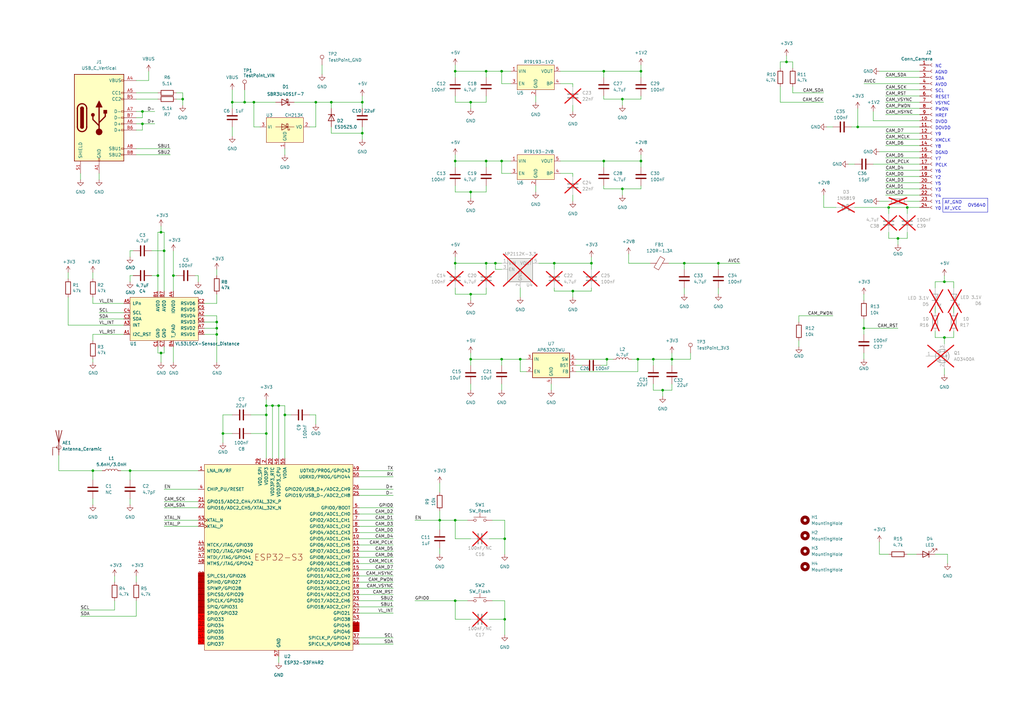
<source format=kicad_sch>
(kicad_sch (version 20250114) (generator "eeschema") (generator_version "9.0")
  (paper "A3")
  (rectangle (start 144.78 255.27) (end 147.32 259.08) (stroke (width 0) (color 194 0 0 1)) (fill (type color) (color 194 0 0 1)))
  (rectangle (start 81.28 251.46) (end 83.82 264.16) (stroke (width 0) (color 255 0 0 1)) (fill (type color) (color 255 0 0 1)))
  (rectangle (start 386.715 81.28) (end 405.13 86.995))
  (rectangle (start 81.28 234.95) (end 83.82 251.46) (stroke (width 0) (color 194 0 0 1)) (fill (type color) (color 194 0 0 1)))
  (text "AF_VCC" (at 387.35 86.36 0) (effects (font (size 1.27 1.27)) (justify left bottom)))
  (text "Y6" (at 383.54 71.12 0) (effects (font (size 1.27 1.27)) (justify left bottom)))
  (text "AVDD" (at 383.54 35.56 0) (effects (font (size 1.27 1.27)) (justify left bottom)))
  (text "VSYNC" (at 383.54 43.18 0) (effects (font (size 1.27 1.27)) (justify left bottom)))
  (text "Y5" (at 383.54 76.2 0) (effects (font (size 1.27 1.27)) (justify left bottom)))
  (text "Y1" (at 383.54 83.82 0) (effects (font (size 1.27 1.27)) (justify left bottom)))
  (text "PCLK" (at 383.54 68.58 0) (effects (font (size 1.27 1.27)) (justify left bottom)))
  (text "Y3" (at 383.54 78.74 0) (effects (font (size 1.27 1.27)) (justify left bottom)))
  (text "AF_GND" (at 387.35 83.82 0) (effects (font (size 1.27 1.27)) (justify left bottom)))
  (text "Y7" (at 383.54 66.04 0) (effects (font (size 1.27 1.27)) (justify left bottom)))
  (text "SCL" (at 383.54 38.1 0) (effects (font (size 1.27 1.27)) (justify left bottom)))
  (text "Y8" (at 383.54 60.96 0) (effects (font (size 1.27 1.27)) (justify left bottom)))
  (text "PWDN" (at 383.54 45.72 0) (effects (font (size 1.27 1.27)) (justify left bottom)))
  (text "RESET" (at 383.54 40.64 0) (effects (font (size 1.27 1.27)) (justify left bottom)))
  (text "DOVDD" (at 383.54 53.34 0) (effects (font (size 1.27 1.27)) (justify left bottom)))
  (text "OV5640" (at 396.875 85.09 0) (effects (font (size 1.27 1.27)) (justify left bottom)))
  (text "HREF" (at 383.54 48.26 0) (effects (font (size 1.27 1.27)) (justify left bottom)))
  (text "DGND" (at 383.54 63.5 0) (effects (font (size 1.27 1.27)) (justify left bottom)))
  (text "Y4" (at 383.54 81.28 0) (effects (font (size 1.27 1.27)) (justify left bottom)))
  (text "Y0" (at 383.54 86.36 0) (effects (font (size 1.27 1.27)) (justify left bottom)))
  (text "Y9" (at 383.54 55.88 0) (effects (font (size 1.27 1.27)) (justify left bottom)))
  (text "AGND" (at 383.54 30.48 0) (effects (font (size 1.27 1.27)) (justify left bottom)))
  (text "XMCLK" (at 383.54 58.42 0) (effects (font (size 1.27 1.27)) (justify left bottom)))
  (text "Y2" (at 383.54 73.66 0) (effects (font (size 1.27 1.27)) (justify left bottom)))
  (text "SDA" (at 383.54 33.02 0) (effects (font (size 1.27 1.27)) (justify left bottom)))
  (text "DVDD" (at 383.54 50.8 0) (effects (font (size 1.27 1.27)) (justify left bottom)))
  (text "NC" (at 383.54 27.94 0) (effects (font (size 1.27 1.27)) (justify left bottom)))
  (junction (at 186.69 213.36))
  (junction (at 387.35 115.57))
  (junction (at 66.04 95.25))
  (junction (at 322.58 25.4))
  (junction (at 38.1 193.04))
  (junction (at 109.22 177.8))
  (junction (at 247.65 66.04))
  (junction (at 199.39 107.95))
  (junction (at 109.22 166.37))
  (junction (at 180.34 213.36))
  (junction (at 114.3 166.37))
  (junction (at 213.36 147.32))
  (junction (at 372.11 85.09))
  (junction (at 207.01 254))
  (junction (at 199.39 66.04))
  (junction (at 227.33 107.95))
  (junction (at 267.97 147.32))
  (junction (at 129.54 41.91))
  (junction (at 364.49 85.09))
  (junction (at 67.31 102.87))
  (junction (at 205.74 66.04))
  (junction (at 186.69 246.38))
  (junction (at 186.69 66.04))
  (junction (at 64.77 113.03))
  (junction (at 262.89 66.04))
  (junction (at 116.84 170.18))
  (junction (at 104.14 41.91))
  (junction (at 199.39 29.21))
  (junction (at 91.44 177.8))
  (junction (at 53.34 193.04))
  (junction (at 294.64 107.95))
  (junction (at 88.9 132.08))
  (junction (at 207.01 220.98))
  (junction (at 186.69 107.95))
  (junction (at 387.35 138.43))
  (junction (at 193.04 78.74))
  (junction (at 193.04 120.65))
  (junction (at 203.2 107.95))
  (junction (at 354.33 134.62))
  (junction (at 148.59 41.91))
  (junction (at 275.59 147.32))
  (junction (at 247.65 29.21))
  (junction (at 205.74 147.32))
  (junction (at 255.27 77.47))
  (junction (at 262.89 29.21))
  (junction (at 234.95 119.38))
  (junction (at 205.74 29.21))
  (junction (at 95.25 41.91))
  (junction (at 88.9 137.16))
  (junction (at 58.42 45.72))
  (junction (at 368.3 97.79))
  (junction (at 193.04 41.91))
  (junction (at 186.69 29.21))
  (junction (at 58.42 50.8))
  (junction (at 271.78 160.02))
  (junction (at 242.57 107.95))
  (junction (at 71.12 113.03))
  (junction (at 248.92 147.32))
  (junction (at 74.93 40.64))
  (junction (at 351.79 52.07))
  (junction (at 261.62 147.32))
  (junction (at 193.04 147.32))
  (junction (at 280.67 107.95))
  (junction (at 135.89 41.91))
  (junction (at 255.27 40.64))
  (junction (at 111.76 166.37))
  (junction (at 88.9 134.62))
  (junction (at 109.22 170.18))
  (junction (at 66.04 144.78))
  (junction (at 148.59 54.61))
  (junction (at 100.33 41.91))
  (wire (pts (xy 53.34 193.04) (xy 53.34 196.85)))
  (wire (pts (xy 193.04 157.48) (xy 193.04 160.02)))
  (wire (pts (xy 327.66 129.54) (xy 327.66 132.08)))
  (wire (pts (xy 363.22 57.15) (xy 377.19 57.15)))
  (wire (pts (xy 186.69 31.75) (xy 186.69 29.21)))
  (wire (pts (xy 111.76 166.37) (xy 114.3 166.37)))
  (wire (pts (xy 64.77 144.78) (xy 66.04 144.78)))
  (wire (pts (xy 53.34 204.47) (xy 53.34 207.01)))
  (wire (pts (xy 358.14 67.31) (xy 377.19 67.31)))
  (wire (pts (xy 148.59 54.61) (xy 148.59 52.07)))
  (wire (pts (xy 360.68 227.33) (xy 364.49 227.33)))
  (wire (pts (xy 207.01 254) (xy 207.01 260.35)))
  (wire (pts (xy 147.32 213.36) (xy 161.29 213.36)))
  (wire (pts (xy 325.12 25.4) (xy 325.12 27.94)))
  (wire (pts (xy 27.94 114.3) (xy 27.94 111.76)))
  (wire (pts (xy 170.18 213.36) (xy 180.34 213.36)))
  (wire (pts (xy 271.78 160.02) (xy 271.78 162.56)))
  (wire (pts (xy 186.69 120.65) (xy 186.69 118.11)))
  (wire (pts (xy 203.2 107.95) (xy 205.74 107.95)))
  (wire (pts (xy 193.04 78.74) (xy 199.39 78.74)))
  (wire (pts (xy 257.81 104.14) (xy 257.81 107.95)))
  (wire (pts (xy 109.22 166.37) (xy 109.22 170.18)))
  (wire (pts (xy 372.11 87.63) (xy 372.11 85.09)))
  (wire (pts (xy 193.04 123.19) (xy 193.04 120.65)))
  (wire (pts (xy 339.09 52.07) (xy 341.63 52.07)))
  (wire (pts (xy 363.22 59.69) (xy 377.19 59.69)))
  (wire (pts (xy 207.01 246.38) (xy 207.01 254)))
  (wire (pts (xy 66.04 95.25) (xy 66.04 92.71)))
  (wire (pts (xy 229.87 29.21) (xy 247.65 29.21)))
  (wire (pts (xy 186.69 110.49) (xy 186.69 107.95)))
  (wire (pts (xy 213.36 147.32) (xy 215.9 147.32)))
  (wire (pts (xy 88.9 129.54) (xy 88.9 132.08)))
  (wire (pts (xy 67.31 144.78) (xy 67.31 142.24)))
  (wire (pts (xy 368.3 134.62) (xy 354.33 134.62)))
  (wire (pts (xy 53.34 113.03) (xy 54.61 113.03)))
  (wire (pts (xy 363.22 44.45) (xy 377.19 44.45)))
  (wire (pts (xy 275.59 147.32) (xy 283.21 147.32)))
  (wire (pts (xy 116.84 63.5) (xy 116.84 60.96)))
  (wire (pts (xy 199.39 107.95) (xy 203.2 107.95)))
  (wire (pts (xy 199.39 78.74) (xy 199.39 76.2)))
  (wire (pts (xy 147.32 200.66) (xy 161.29 200.66)))
  (wire (pts (xy 71.12 148.59) (xy 71.12 142.24)))
  (wire (pts (xy 364.49 97.79) (xy 368.3 97.79)))
  (wire (pts (xy 201.93 246.38) (xy 207.01 246.38)))
  (wire (pts (xy 275.59 147.32) (xy 267.97 147.32)))
  (wire (pts (xy 71.12 113.03) (xy 71.12 119.38)))
  (wire (pts (xy 199.39 29.21) (xy 199.39 31.75)))
  (wire (pts (xy 62.23 113.03) (xy 64.77 113.03)))
  (wire (pts (xy 147.32 248.92) (xy 161.29 248.92)))
  (wire (pts (xy 147.32 264.16) (xy 161.29 264.16)))
  (wire (pts (xy 267.97 157.48) (xy 267.97 160.02)))
  (wire (pts (xy 49.53 193.04) (xy 53.34 193.04)))
  (wire (pts (xy 114.3 166.37) (xy 116.84 166.37)))
  (wire (pts (xy 193.04 44.45) (xy 193.04 41.91)))
  (wire (pts (xy 180.34 213.36) (xy 180.34 217.17)))
  (wire (pts (xy 80.01 113.03) (xy 81.28 113.03)))
  (wire (pts (xy 280.67 118.11) (xy 280.67 120.65)))
  (wire (pts (xy 55.88 53.34) (xy 58.42 53.34)))
  (wire (pts (xy 67.31 215.9) (xy 81.28 215.9)))
  (wire (pts (xy 55.88 60.96) (xy 69.85 60.96)))
  (wire (pts (xy 148.59 57.15) (xy 148.59 54.61)))
  (wire (pts (xy 95.25 177.8) (xy 91.44 177.8)))
  (wire (pts (xy 72.39 113.03) (xy 71.12 113.03)))
  (wire (pts (xy 199.39 41.91) (xy 199.39 39.37)))
  (wire (pts (xy 205.74 147.32) (xy 213.36 147.32)))
  (wire (pts (xy 247.65 76.2) (xy 247.65 77.47)))
  (wire (pts (xy 88.9 134.62) (xy 88.9 137.16)))
  (wire (pts (xy 38.1 124.46) (xy 50.8 124.46)))
  (wire (pts (xy 247.65 77.47) (xy 255.27 77.47)))
  (wire (pts (xy 38.1 124.46) (xy 38.1 121.92)))
  (wire (pts (xy 64.77 113.03) (xy 64.77 119.38)))
  (wire (pts (xy 24.13 186.69) (xy 24.13 193.04)))
  (wire (pts (xy 53.34 105.41) (xy 53.34 102.87)))
  (wire (pts (xy 354.33 144.78) (xy 354.33 147.32)))
  (wire (pts (xy 74.93 38.1) (xy 74.93 40.64)))
  (wire (pts (xy 205.74 110.49) (xy 203.2 110.49)))
  (wire (pts (xy 236.22 149.86) (xy 238.76 149.86)))
  (wire (pts (xy 354.33 134.62) (xy 354.33 130.81)))
  (wire (pts (xy 387.35 113.03) (xy 387.35 115.57)))
  (wire (pts (xy 391.16 138.43) (xy 391.16 135.89)))
  (wire (pts (xy 38.1 137.16) (xy 50.8 137.16)))
  (wire (pts (xy 280.67 107.95) (xy 294.64 107.95)))
  (wire (pts (xy 246.38 149.86) (xy 248.92 149.86)))
  (wire (pts (xy 147.32 223.52) (xy 161.29 223.52)))
  (wire (pts (xy 100.33 41.91) (xy 104.14 41.91)))
  (wire (pts (xy 387.35 115.57) (xy 391.16 115.57)))
  (wire (pts (xy 360.68 29.21) (xy 377.19 29.21)))
  (wire (pts (xy 161.29 233.68) (xy 147.32 233.68)))
  (wire (pts (xy 337.82 85.09) (xy 337.82 80.01)))
  (wire (pts (xy 186.69 213.36) (xy 191.77 213.36)))
  (wire (pts (xy 81.28 113.03) (xy 81.28 115.57)))
  (wire (pts (xy 242.57 107.95) (xy 242.57 110.49)))
  (wire (pts (xy 248.92 149.86) (xy 248.92 147.32)))
  (wire (pts (xy 69.85 63.5) (xy 55.88 63.5)))
  (wire (pts (xy 109.22 166.37) (xy 111.76 166.37)))
  (wire (pts (xy 372.11 97.79) (xy 372.11 95.25)))
  (wire (pts (xy 372.11 227.33) (xy 375.92 227.33)))
  (wire (pts (xy 364.49 85.09) (xy 372.11 85.09)))
  (wire (pts (xy 294.64 118.11) (xy 294.64 120.65)))
  (wire (pts (xy 127 170.18) (xy 129.54 170.18)))
  (wire (pts (xy 62.23 102.87) (xy 67.31 102.87)))
  (wire (pts (xy 53.34 115.57) (xy 53.34 113.03)))
  (wire (pts (xy 363.22 46.99) (xy 377.19 46.99)))
  (wire (pts (xy 120.65 41.91) (xy 129.54 41.91)))
  (wire (pts (xy 74.93 38.1) (xy 72.39 38.1)))
  (wire (pts (xy 205.74 29.21) (xy 209.55 29.21)))
  (wire (pts (xy 46.99 250.19) (xy 46.99 246.38)))
  (wire (pts (xy 33.02 252.73) (xy 55.88 252.73)))
  (wire (pts (xy 67.31 102.87) (xy 67.31 95.25)))
  (wire (pts (xy 180.34 224.79) (xy 180.34 227.33)))
  (wire (pts (xy 267.97 147.32) (xy 261.62 147.32)))
  (wire (pts (xy 262.89 66.04) (xy 262.89 68.58)))
  (wire (pts (xy 261.62 147.32) (xy 259.08 147.32)))
  (wire (pts (xy 234.95 43.18) (xy 234.95 45.72)))
  (wire (pts (xy 161.29 236.22) (xy 147.32 236.22)))
  (wire (pts (xy 67.31 119.38) (xy 67.31 102.87)))
  (wire (pts (xy 55.88 236.22) (xy 55.88 238.76)))
  (wire (pts (xy 219.71 39.37) (xy 219.71 41.91)))
  (wire (pts (xy 363.22 31.75) (xy 377.19 31.75)))
  (wire (pts (xy 193.04 147.32) (xy 193.04 149.86)))
  (wire (pts (xy 186.69 220.98) (xy 186.69 213.36)))
  (wire (pts (xy 53.34 193.04) (xy 81.28 193.04)))
  (wire (pts (xy 193.04 120.65) (xy 199.39 120.65)))
  (wire (pts (xy 199.39 107.95) (xy 199.39 110.49)))
  (wire (pts (xy 161.29 220.98) (xy 147.32 220.98)))
  (wire (pts (xy 88.9 132.08) (xy 88.9 134.62)))
  (wire (pts (xy 88.9 137.16) (xy 88.9 148.59)))
  (wire (pts (xy 193.04 78.74) (xy 186.69 78.74)))
  (wire (pts (xy 170.18 246.38) (xy 186.69 246.38)))
  (wire (pts (xy 38.1 111.76) (xy 38.1 114.3)))
  (wire (pts (xy 161.29 238.76) (xy 147.32 238.76)))
  (wire (pts (xy 83.82 124.46) (xy 88.9 124.46)))
  (wire (pts (xy 38.1 147.32) (xy 38.1 148.59)))
  (wire (pts (xy 255.27 77.47) (xy 255.27 80.01)))
  (wire (pts (xy 274.32 107.95) (xy 280.67 107.95)))
  (wire (pts (xy 236.22 152.4) (xy 261.62 152.4)))
  (wire (pts (xy 341.63 129.54) (xy 327.66 129.54)))
  (wire (pts (xy 358.14 45.72) (xy 358.14 49.53)))
  (wire (pts (xy 55.88 38.1) (xy 64.77 38.1)))
  (wire (pts (xy 262.89 76.2) (xy 262.89 77.47)))
  (wire (pts (xy 262.89 29.21) (xy 262.89 31.75)))
  (wire (pts (xy 255.27 40.64) (xy 262.89 40.64)))
  (wire (pts (xy 363.22 74.93) (xy 377.19 74.93)))
  (wire (pts (xy 294.64 107.95) (xy 303.53 107.95)))
  (wire (pts (xy 294.64 107.95) (xy 294.64 110.49)))
  (wire (pts (xy 267.97 149.86) (xy 267.97 147.32)))
  (wire (pts (xy 325.12 38.1) (xy 325.12 35.56)))
  (wire (pts (xy 363.22 36.83) (xy 377.19 36.83)))
  (wire (pts (xy 91.44 177.8) (xy 91.44 181.61)))
  (wire (pts (xy 205.74 149.86) (xy 205.74 147.32)))
  (wire (pts (xy 229.87 34.29) (xy 234.95 34.29)))
  (wire (pts (xy 161.29 228.6) (xy 147.32 228.6)))
  (wire (pts (xy 205.74 71.12) (xy 205.74 66.04)))
  (wire (pts (xy 193.04 120.65) (xy 186.69 120.65)))
  (wire (pts (xy 372.11 82.55) (xy 377.19 82.55)))
  (wire (pts (xy 186.69 246.38) (xy 191.77 246.38)))
  (wire (pts (xy 247.65 29.21) (xy 262.89 29.21)))
  (wire (pts (xy 88.9 124.46) (xy 88.9 120.65)))
  (wire (pts (xy 255.27 77.47) (xy 262.89 77.47)))
  (wire (pts (xy 337.82 38.1) (xy 325.12 38.1)))
  (wire (pts (xy 391.16 125.73) (xy 391.16 128.27)))
  (wire (pts (xy 201.93 213.36) (xy 207.01 213.36)))
  (wire (pts (xy 193.04 144.78) (xy 193.04 147.32)))
  (wire (pts (xy 337.82 41.91) (xy 320.04 41.91)))
  (wire (pts (xy 67.31 95.25) (xy 66.04 95.25)))
  (wire (pts (xy 147.32 193.04) (xy 161.29 193.04)))
  (wire (pts (xy 199.39 66.04) (xy 205.74 66.04)))
  (wire (pts (xy 83.82 134.62) (xy 88.9 134.62)))
  (wire (pts (xy 327.66 139.7) (xy 327.66 142.24)))
  (wire (pts (xy 55.88 252.73) (xy 55.88 246.38)))
  (wire (pts (xy 247.65 39.37) (xy 247.65 40.64)))
  (wire (pts (xy 360.68 222.25) (xy 360.68 227.33)))
  (wire (pts (xy 205.74 34.29) (xy 205.74 29.21)))
  (wire (pts (xy 148.59 41.91) (xy 148.59 44.45)))
  (wire (pts (xy 248.92 147.32) (xy 251.46 147.32)))
  (wire (pts (xy 351.79 44.45) (xy 351.79 52.07)))
  (wire (pts (xy 186.69 63.5) (xy 186.69 66.04)))
  (wire (pts (xy 102.87 170.18) (xy 109.22 170.18)))
  (wire (pts (xy 129.54 170.18) (xy 129.54 173.99)))
  (wire (pts (xy 215.9 152.4) (xy 213.36 152.4)))
  (wire (pts (xy 135.89 52.07) (xy 135.89 54.61)))
  (wire (pts (xy 193.04 147.32) (xy 205.74 147.32)))
  (wire (pts (xy 283.21 147.32) (xy 283.21 144.78)))
  (wire (pts (xy 40.64 128.27) (xy 50.8 128.27)))
  (wire (pts (xy 71.12 102.87) (xy 71.12 113.03)))
  (wire (pts (xy 320.04 41.91) (xy 320.04 35.56)))
  (wire (pts (xy 161.29 243.84) (xy 147.32 243.84)))
  (wire (pts (xy 186.69 78.74) (xy 186.69 76.2)))
  (wire (pts (xy 242.57 105.41) (xy 242.57 107.95)))
  (wire (pts (xy 66.04 144.78) (xy 66.04 148.59)))
  (wire (pts (xy 147.32 261.62) (xy 161.29 261.62)))
  (wire (pts (xy 186.69 254) (xy 186.69 246.38)))
  (wire (pts (xy 275.59 149.86) (xy 275.59 147.32)))
  (wire (pts (xy 119.38 170.18) (xy 116.84 170.18)))
  (wire (pts (xy 67.31 200.66) (xy 81.28 200.66)))
  (wire (pts (xy 383.54 115.57) (xy 383.54 118.11)))
  (wire (pts (xy 387.35 115.57) (xy 383.54 115.57)))
  (wire (pts (xy 275.59 157.48) (xy 275.59 160.02)))
  (wire (pts (xy 193.04 81.28) (xy 193.04 78.74)))
  (wire (pts (xy 106.68 52.07) (xy 104.14 52.07)))
  (wire (pts (xy 116.84 166.37) (xy 116.84 170.18)))
  (wire (pts (xy 81.28 208.28) (xy 67.31 208.28)))
  (wire (pts (xy 209.55 71.12) (xy 205.74 71.12)))
  (wire (pts (xy 363.22 69.85) (xy 377.19 69.85)))
  (wire (pts (xy 205.74 157.48) (xy 205.74 160.02)))
  (wire (pts (xy 351.79 52.07) (xy 377.19 52.07)))
  (wire (pts (xy 83.82 132.08) (xy 88.9 132.08)))
  (wire (pts (xy 55.88 33.02) (xy 60.96 33.02)))
  (wire (pts (xy 358.14 49.53) (xy 377.19 49.53)))
  (wire (pts (xy 147.32 246.38) (xy 161.29 246.38)))
  (wire (pts (xy 280.67 107.95) (xy 280.67 110.49)))
  (wire (pts (xy 46.99 238.76) (xy 46.99 236.22)))
  (wire (pts (xy 262.89 63.5) (xy 262.89 66.04)))
  (wire (pts (xy 33.02 250.19) (xy 46.99 250.19)))
  (wire (pts (xy 180.34 213.36) (xy 186.69 213.36)))
  (wire (pts (xy 350.52 85.09) (xy 364.49 85.09)))
  (wire (pts (xy 95.25 170.18) (xy 91.44 170.18)))
  (wire (pts (xy 114.3 269.24) (xy 114.3 271.78)))
  (wire (pts (xy 54.61 102.87) (xy 53.34 102.87)))
  (wire (pts (xy 364.49 85.09) (xy 364.49 87.63)))
  (wire (pts (xy 227.33 107.95) (xy 227.33 110.49)))
  (wire (pts (xy 388.62 227.33) (xy 388.62 231.14)))
  (wire (pts (xy 33.02 71.12) (xy 33.02 73.66)))
  (wire (pts (xy 363.22 64.77) (xy 377.19 64.77)))
  (wire (pts (xy 383.54 135.89) (xy 383.54 138.43)))
  (wire (pts (xy 64.77 95.25) (xy 66.04 95.25)))
  (wire (pts (xy 27.94 133.35) (xy 50.8 133.35)))
  (wire (pts (xy 364.49 95.25) (xy 364.49 97.79)))
  (wire (pts (xy 114.3 166.37) (xy 114.3 187.96)))
  (wire (pts (xy 234.95 119.38) (xy 234.95 121.92)))
  (wire (pts (xy 275.59 160.02) (xy 271.78 160.02)))
  (wire (pts (xy 262.89 26.67) (xy 262.89 29.21)))
  (wire (pts (xy 199.39 66.04) (xy 199.39 68.58)))
  (wire (pts (xy 129.54 52.07) (xy 129.54 41.91)))
  (wire (pts (xy 368.3 97.79) (xy 372.11 97.79)))
  (wire (pts (xy 387.35 138.43) (xy 387.35 140.97)))
  (wire (pts (xy 226.06 157.48) (xy 226.06 160.02)))
  (wire (pts (xy 109.22 163.83) (xy 109.22 166.37)))
  (wire (pts (xy 207.01 254) (xy 200.66 254)))
  (wire (pts (xy 213.36 118.11) (xy 213.36 121.92)))
  (wire (pts (xy 27.94 133.35) (xy 27.94 121.92)))
  (wire (pts (xy 64.77 113.03) (xy 64.77 95.25)))
  (wire (pts (xy 95.25 41.91) (xy 95.25 44.45)))
  (wire (pts (xy 262.89 39.37) (xy 262.89 40.64)))
  (wire (pts (xy 205.74 66.04) (xy 209.55 66.04)))
  (wire (pts (xy 207.01 220.98) (xy 200.66 220.98)))
  (wire (pts (xy 55.88 40.64) (xy 64.77 40.64)))
  (wire (pts (xy 58.42 50.8) (xy 63.5 50.8)))
  (wire (pts (xy 186.69 26.67) (xy 186.69 29.21)))
  (wire (pts (xy 207.01 220.98) (xy 207.01 227.33)))
  (wire (pts (xy 207.01 213.36) (xy 207.01 220.98)))
  (wire (pts (xy 129.54 41.91) (xy 135.89 41.91)))
  (wire (pts (xy 186.69 66.04) (xy 199.39 66.04)))
  (wire (pts (xy 220.98 107.95) (xy 227.33 107.95)))
  (wire (pts (xy 229.87 71.12) (xy 234.95 71.12)))
  (wire (pts (xy 116.84 170.18) (xy 116.84 187.96)))
  (wire (pts (xy 81.28 205.74) (xy 67.31 205.74)))
  (wire (pts (xy 83.82 129.54) (xy 88.9 129.54)))
  (wire (pts (xy 58.42 45.72) (xy 58.42 48.26)))
  (wire (pts (xy 95.25 41.91) (xy 100.33 41.91)))
  (wire (pts (xy 148.59 39.37) (xy 148.59 41.91)))
  (wire (pts (xy 161.29 218.44) (xy 147.32 218.44)))
  (wire (pts (xy 193.04 41.91) (xy 199.39 41.91)))
  (wire (pts (xy 95.25 52.07) (xy 95.25 55.88)))
  (wire (pts (xy 66.04 144.78) (xy 67.31 144.78)))
  (wire (pts (xy 88.9 113.03) (xy 88.9 110.49)))
  (wire (pts (xy 60.96 33.02) (xy 60.96 29.21)))
  (wire (pts (xy 320.04 27.94) (xy 320.04 25.4)))
  (wire (pts (xy 38.1 204.47) (xy 38.1 207.01)))
  (wire (pts (xy 83.82 137.16) (xy 88.9 137.16)))
  (wire (pts (xy 186.69 29.21) (xy 199.39 29.21)))
  (wire (pts (xy 199.39 120.65) (xy 199.39 118.11)))
  (wire (pts (xy 383.54 138.43) (xy 387.35 138.43)))
  (wire (pts (xy 242.57 118.11) (xy 242.57 119.38)))
  (wire (pts (xy 193.04 254) (xy 186.69 254)))
  (wire (pts (xy 236.22 147.32) (xy 248.92 147.32)))
  (wire (pts (xy 109.22 177.8) (xy 109.22 170.18)))
  (wire (pts (xy 186.69 41.91) (xy 186.69 39.37)))
  (wire (pts (xy 147.32 210.82) (xy 161.29 210.82)))
  (wire (pts (xy 180.34 209.55) (xy 180.34 213.36)))
  (wire (pts (xy 186.69 68.58) (xy 186.69 66.04)))
  (wire (pts (xy 161.29 251.46) (xy 147.32 251.46)))
  (wire (pts (xy 58.42 50.8) (xy 58.42 53.34)))
  (wire (pts (xy 67.31 213.36) (xy 81.28 213.36)))
  (wire (pts (xy 135.89 54.61) (xy 148.59 54.61)))
  (wire (pts (xy 354.33 123.19) (xy 354.33 120.65)))
  (wire (pts (xy 227.33 119.38) (xy 234.95 119.38)))
  (wire (pts (xy 234.95 80.01) (xy 234.95 82.55)))
  (wire (pts (xy 147.32 208.28) (xy 161.29 208.28)))
  (wire (pts (xy 147.32 195.58) (xy 161.29 195.58)))
  (wire (pts (xy 363.22 80.01) (xy 377.19 80.01)))
  (wire (pts (xy 261.62 152.4) (xy 261.62 147.32)))
  (wire (pts (xy 354.33 134.62) (xy 354.33 137.16)))
  (wire (pts (xy 363.22 54.61) (xy 377.19 54.61)))
  (wire (pts (xy 24.13 193.04) (xy 38.1 193.04)))
  (wire (pts (xy 55.88 50.8) (xy 58.42 50.8)))
  (wire (pts (xy 320.04 25.4) (xy 322.58 25.4)))
  (wire (pts (xy 55.88 45.72) (xy 58.42 45.72)))
  (wire (pts (xy 247.65 29.21) (xy 247.65 31.75)))
  (wire (pts (xy 387.35 138.43) (xy 391.16 138.43)))
  (wire (pts (xy 363.22 39.37) (xy 377.19 39.37)))
  (wire (pts (xy 383.54 227.33) (xy 388.62 227.33)))
  (wire (pts (xy 349.25 52.07) (xy 351.79 52.07)))
  (wire (pts (xy 58.42 45.72) (xy 63.5 45.72)))
  (wire (pts (xy 193.04 220.98) (xy 186.69 220.98)))
  (wire (pts (xy 199.39 29.21) (xy 205.74 29.21)))
  (wire (pts (xy 322.58 22.86) (xy 322.58 25.4)))
  (wire (pts (xy 193.04 41.91) (xy 186.69 41.91)))
  (wire (pts (xy 354.33 34.29) (xy 377.19 34.29)))
  (wire (pts (xy 64.77 142.24) (xy 64.77 144.78)))
  (wire (pts (xy 347.98 67.31) (xy 350.52 67.31)))
  (wire (pts (xy 247.65 66.04) (xy 247.65 68.58)))
  (wire (pts (xy 111.76 166.37) (xy 111.76 187.96)))
  (wire (pts (xy 234.95 34.29) (xy 234.95 35.56)))
  (wire (pts (xy 38.1 193.04) (xy 41.91 193.04)))
  (wire (pts (xy 255.27 40.64) (xy 255.27 43.18)))
  (wire (pts (xy 247.65 66.04) (xy 262.89 66.04)))
  (wire (pts (xy 147.32 215.9) (xy 161.29 215.9)))
  (wire (pts (xy 227.33 118.11) (xy 227.33 119.38)))
  (wire (pts (xy 360.68 82.55) (xy 364.49 82.55)))
  (wire (pts (xy 383.54 125.73) (xy 383.54 128.27)))
  (wire (pts (xy 104.14 41.91) (xy 113.03 41.91)))
  (wire (pts (xy 161.29 231.14) (xy 147.32 231.14)))
  (wire (pts (xy 275.59 144.78) (xy 275.59 147.32)))
  (wire (pts (xy 391.16 115.57) (xy 391.16 118.11)))
  (wire (pts (xy 372.11 85.09) (xy 377.19 85.09)))
  (wire (pts (xy 109.22 177.8) (xy 109.22 187.96)))
  (wire (pts (xy 257.81 107.95) (xy 266.7 107.95)))
  (wire (pts (xy 387.35 151.13) (xy 387.35 153.67)))
  (wire (pts (xy 360.68 62.23) (xy 377.19 62.23)))
  (wire (pts (xy 135.89 41.91) (xy 135.89 44.45)))
  (wire (pts (xy 147.32 203.2) (xy 161.29 203.2)))
  (wire (pts (xy 203.2 110.49) (xy 203.2 107.95)))
  (wire (pts (xy 363.22 77.47) (xy 377.19 77.47)))
  (wire (pts (xy 161.29 226.06) (xy 147.32 226.06)))
  (wire (pts (xy 213.36 152.4) (xy 213.36 147.32)))
  (wire (pts (xy 227.33 107.95) (xy 242.57 107.95)))
  (wire (pts (xy 38.1 196.85) (xy 38.1 193.04)))
  (wire (pts (xy 161.29 241.3) (xy 147.32 241.3)))
  (wire (pts (xy 100.33 36.83) (xy 100.33 41.91)))
  (wire (pts (xy 91.44 170.18) (xy 91.44 177.8)))
  (wire (pts (xy 135.89 41.91) (xy 148.59 41.91)))
  (wire (pts (xy 40.64 130.81) (xy 50.8 130.81)))
  (wire (pts (xy 58.42 48.26) (xy 55.88 48.26)))
  (wire (pts (xy 363.22 41.91) (xy 377.19 41.91)))
  (wire (pts (xy 219.71 76.2) (xy 219.71 78.74)))
  (wire (pts (xy 127 52.07) (xy 129.54 52.07)))
  (wire (pts (xy 342.9 85.09) (xy 337.82 85.09)))
  (wire (pts (xy 363.22 72.39) (xy 377.19 72.39)))
  (wire (pts (xy 104.14 52.07) (xy 104.14 41.91)))
  (wire (pts (xy 234.95 119.38) (xy 242.57 119.38)))
  (wire (pts (xy 234.95 71.12) (xy 234.95 72.39)))
  (wire (pts (xy 38.1 139.7) (xy 38.1 137.16)))
  (wire (pts (xy 74.93 40.64) (xy 74.93 43.18)))
  (wire (pts (xy 368.3 97.79) (xy 368.3 100.33)))
  (wire (pts (xy 72.39 40.64) (xy 74.93 40.64)))
  (wire (pts (xy 102.87 177.8) (xy 109.22 177.8)))
  (wire (pts (xy 186.69 105.41) (xy 186.69 107.95)))
  (wire (pts (xy 180.34 198.12) (xy 180.34 201.93)))
  (wire (pts (xy 229.87 66.04) (xy 247.65 66.04)))
  (wire (pts (xy 95.25 36.83) (xy 95.25 41.91)))
  (wire (pts (xy 271.78 160.02) (xy 267.97 160.02)))
  (wire (pts (xy 132.08 26.67) (xy 132.08 30.48)))
  (wire (pts (xy 40.64 71.12) (xy 40.64 73.66)))
  (wire (pts (xy 209.55 34.29) (xy 205.74 34.29)))
  (wire (pts (xy 247.65 40.64) (xy 255.27 40.64)))
  (wire (pts (xy 186.69 107.95) (xy 199.39 107.95)))
  (wire (pts (xy 322.58 25.4) (xy 325.12 25.4)))
  (label "CAM_D1" (at 363.22 77.47 0))
  (label "XTAL_N" (at 67.31 213.36 0))
  (label "SBU2" (at 161.29 246.38 180))
  (label "D+" (at 161.29 200.66 180))
  (label "D+" (at 63.5 50.8 180))
  (label "CAM_D2" (at 363.22 80.01 0))
  (label "CAM_D7" (at 363.22 54.61 0))
  (label "CAM_D0" (at 363.22 72.39 0))
  (label "CAM_MCLK" (at 363.22 57.15 0))
  (label "D-" (at 63.5 45.72 180))
  (label "AVCC" (at 354.33 34.29 0))
  (label "SBU1" (at 69.85 60.96 180))
  (label "SBU2" (at 69.85 63.5 180))
  (label "CAM_D5" (at 363.22 64.77 0))
  (label "SCL" (at 40.64 128.27 0))
  (label "GPIO0" (at 170.18 246.38 0))
  (label "CAM_PWDN" (at 341.63 129.54 180))
  (label "CAM_HSYNC" (at 363.22 46.99 0))
  (label "SDA" (at 161.29 264.16 180))
  (label "CAM_RST" (at 368.3 134.62 180))
  (label "SDA" (at 33.02 252.73 0))
  (label "CAM_VSYNC" (at 363.22 41.91 0))
  (label "CAM_PWDN" (at 363.22 44.45 0))
  (label "CAM_D4" (at 161.29 220.98 180))
  (label "GPIO0" (at 161.29 208.28 180))
  (label "VL_EN" (at 40.64 124.46 0))
  (label "CAM_D2" (at 161.29 210.82 180))
  (label "EN" (at 170.18 213.36 0))
  (label "SCL" (at 33.02 250.19 0))
  (label "VL_RST" (at 40.64 137.16 0))
  (label "D-" (at 161.29 203.2 180))
  (label "CAM_D4" (at 363.22 69.85 0))
  (label "CAM_PWDN" (at 161.29 238.76 180))
  (label "VL_INT" (at 40.64 133.35 0))
  (label "CAM_SCK" (at 67.31 205.74 0))
  (label "CAM_D7" (at 161.29 233.68 180))
  (label "CAM_SCK" (at 337.82 41.91 180))
  (label "CAM_D3" (at 161.29 215.9 180))
  (label "CAM_HSYNC" (at 161.29 236.22 180))
  (label "CAM_PCLK" (at 161.29 223.52 180))
  (label "CAM_D6" (at 161.29 228.6 180))
  (label "CAM_VSYNC" (at 161.29 241.3 180))
  (label "CAM_RST" (at 161.29 243.84 180))
  (label "CAM_SCK" (at 363.22 36.83 0))
  (label "CAM_MCLK" (at 161.29 231.14 180))
  (label "CAM_D5" (at 161.29 226.06 180))
  (label "CAM_D3" (at 363.22 74.93 0))
  (label "CAM_SDA" (at 337.82 38.1 180))
  (label "CAM_D1" (at 161.29 213.36 180))
  (label "TX" (at 161.29 193.04 180))
  (label "XTAL_P" (at 67.31 215.9 0))
  (label "CAM_D6" (at 363.22 59.69 0))
  (label "AVCC" (at 303.53 107.95 180))
  (label "EN" (at 67.31 200.66 0))
  (label "RX" (at 161.29 195.58 180))
  (label "CAM_SDA" (at 67.31 208.28 0))
  (label "VL_INT" (at 161.29 251.46 180))
  (label "SDA" (at 40.64 130.81 0))
  (label "CAM_D0" (at 161.29 218.44 180))
  (label "SCL" (at 161.29 261.62 180))
  (label "CAM_SDA" (at 363.22 31.75 0))
  (label "SBU1" (at 161.29 248.92 180))
  (label "CAM_RST" (at 363.22 39.37 0))
  (label "CAM_PCLK" (at 363.22 67.31 0))
  (symbol (lib_id "Device:C") (at 38.1 200.66 180) (unit 1)
    (property "Reference" "C1" (at 43.18 199.39 0) (effects (justify right)))
    (property "Value" "NC" (at 43.18 201.93 0) (effects (justify right)))
    (property "Footprint" "Capacitor_SMD:C_0402_1005Metric" (effects (hide yes)))
  )
  (symbol (lib_id "power:VBUS") (at 60.96 29.21 0) (unit 1)
    (property "Reference" "#PWR012" (effects (hide yes)))
    (property "Value" "VBUS" (at 60.96 24.13 0))
  )
  (symbol (lib_id "Device:C") (at 205.74 153.67 0) (mirror y) (unit 1)
    (property "Reference" "C21" (at 201.93 152.4 0) (effects (justify left)))
    (property "Value" "10uF" (at 201.93 154.94 0) (effects (justify left)))
    (property "Footprint" "Capacitor_SMD:C_0402_1005Metric_Pad0.74x0.62mm_HandSolder" (effects (hide yes)))
  )
  (symbol (lib_id "Regulator_Linear:AP2112K-3.3") (at 213.36 110.49 0) (unit 1) (in_bom no) (on_board no) (dnp yes)
    (property "Reference" "U4" (at 217.17 116.84 0))
    (property "Value" "AP2112K-3.3" (at 213.36 104.14 0))
    (property "Footprint" "Package_TO_SOT_SMD:SOT-23-5" (effects (hide yes)))
    (property "Datasheet" "https://www.diodes.com/assets/Datasheets/AP2112.pdf" (effects (hide yes)))
  )
  (symbol (lib_id "Switch:SW_Push") (at 196.85 213.36 0) (unit 1)
    (property "Reference" "SW1" (at 196.85 207.01 0))
    (property "Value" "SW_Reset" (at 196.85 209.55 0))
    (property "Footprint" "Moje_Footprinty:SW_Push_3.0x4.0mm" (effects (hide yes)))
  )
  (symbol (lib_id "power:GND") (at 88.9 148.59 0) (unit 1)
    (property "Reference" "#PWR020" (effects (hide yes)))
    (property "Value" "GND" (at 89.027 152.9842 0))
  )
  (symbol (lib_id "Device:C") (at 123.19 170.18 270) (mirror x) (unit 1)
    (property "Reference" "C9" (at 122.555 173.99 0) (effects (justify right)))
    (property "Value" "100nF" (at 125.095 173.99 0) (effects (justify right)))
    (property "Footprint" "Capacitor_SMD:C_0402_1005Metric_Pad0.74x0.62mm_HandSolder" (effects (hide yes)))
  )
  (symbol (lib_id "Device:C") (at 227.33 114.3 0) (unit 1) (in_bom no) (on_board no) (dnp yes)
    (property "Reference" "C22" (at 231.14 113.03 0) (effects (justify left)))
    (property "Value" "4.7uF" (at 231.14 115.57 0) (effects (justify left)))
    (property "Footprint" "Capacitor_SMD:C_0402_1005Metric_Pad0.74x0.62mm_HandSolder" (effects (hide yes)))
  )
  (symbol (lib_id "Connector:USB_C_Receptacle_USB2.0_16P") (at 40.64 48.26 0) (unit 1)
    (property "Reference" "J1" (at 40.64 25.4 0))
    (property "Value" "USB_C_Vertical" (at 40.64 27.94 0))
    (property "Footprint" "Moje_Footprinty:USB_C_Hanbo Electronic MC-118LD-H65" (effects (hide yes)))
    (property "Datasheet" "https://www.lcsc.com/product-detail/USB-Connectors_Hanbo-Electronic-MC-118LD-H65_C6332304.html" (effects (hide yes)))
    (property "Description" "USB 2.0-only 16P Type-C Receptacle connector" (effects (hide yes)))
  )
  (symbol (lib_id "power:+3V3") (at 242.57 105.41 0) (unit 1)
    (property "Reference" "#PWR051" (effects (hide yes)))
    (property "Value" "+3V3" (at 242.57 100.33 0))
  )
  (symbol (lib_id "Device:C") (at 186.69 35.56 0) (mirror y) (unit 1)
    (property "Reference" "C12" (at 182.88 34.29 0) (effects (justify left)))
    (property "Value" "100nF" (at 182.88 36.83 0) (effects (justify left)))
    (property "Footprint" "Capacitor_SMD:C_0402_1005Metric_Pad0.74x0.62mm_HandSolder" (effects (hide yes)))
  )
  (symbol (lib_id "power:+3V3") (at 66.04 92.71 0) (unit 1)
    (property "Reference" "#PWR013" (effects (hide yes)))
    (property "Value" "+3V3" (at 66.421 88.3158 0))
  )
  (symbol (lib_id "Moje_Symbole:RT9193") (at 219.71 31.75 0) (unit 1)
    (property "Reference" "U5" (at 213.36 38.1 0))
    (property "Value" "RT9193-1V2" (at 220.98 25.4 0))
    (property "Footprint" "Package_TO_SOT_SMD:SOT-23-5" (effects (hide yes)))
  )
  (symbol (lib_id "Mechanical:MountingHole") (at 330.2 213.36 0) (unit 1)
    (property "Reference" "H1" (at 332.74 212.09 0) (effects (justify left)))
    (property "Value" "MountingHole" (at 332.74 214.63 0) (effects (justify left)))
    (property "Footprint" "Moje_Footprinty:MountingHole_1.1mm_M1_No_Pad" (effects (hide yes)))
  )
  (symbol (lib_id "power:GND") (at 53.34 115.57 0) (unit 1)
    (property "Reference" "#PWR09" (effects (hide yes)))
    (property "Value" "GND" (at 53.467 119.9642 0))
  )
  (symbol (lib_id "power:+5V") (at 186.69 63.5 0) (mirror y) (unit 1)
    (property "Reference" "#PWR034" (effects (hide yes)))
    (property "Value" "+5V" (at 186.69 58.42 0))
  )
  (symbol (lib_id "Device:C") (at 58.42 102.87 90) (unit 1)
    (property "Reference" "C3" (at 58.42 96.4692 90))
    (property "Value" "4.7uF" (at 58.42 98.7806 90))
    (property "Footprint" "Capacitor_SMD:C_0402_1005Metric_Pad0.74x0.62mm_HandSolder" (effects (hide yes)))
  )
  (symbol (lib_id "power:GND") (at 193.04 81.28 0) (unit 1)
    (property "Reference" "#PWR037" (effects (hide yes)))
    (property "Value" "GND" (at 193.04 86.36 0))
  )
  (symbol (lib_id "Connector:TestPoint") (at 132.08 26.67 0) (unit 1)
    (property "Reference" "TP2" (at 134.62 22.0979 0) (effects (justify left)))
    (property "Value" "TestPoint_GND" (at 134.62 24.6379 0) (effects (justify left)))
    (property "Footprint" "TestPoint:TestPoint_Pad_1.0x1.0mm" (effects (hide yes)))
    (property "Description" "test point" (effects (hide yes)))
  )
  (symbol (lib_id "power:GND") (at 360.68 62.23 270) (unit 1)
    (property "Reference" "#PWR071" (effects (hide yes)))
    (property "Value" "GND" (at 358.14 62.23 90) (effects (justify right)))
  )
  (symbol (lib_id "Device:R") (at 327.66 135.89 0) (unit 1)
    (property "Reference" "R12" (at 330.2 134.62 0) (effects (justify left)))
    (property "Value" "10k" (at 330.2 137.16 0) (effects (justify left)))
    (property "Footprint" "Resistor_SMD:R_0402_1005Metric_Pad0.72x0.64mm_HandSolder" (effects (hide yes)))
  )
  (symbol (lib_id "Device:C") (at 76.2 113.03 90) (unit 1)
    (property "Reference" "C5" (at 76.2 106.6292 90))
    (property "Value" "100nF" (at 76.2 108.9406 90))
    (property "Footprint" "Capacitor_SMD:C_0402_1005Metric_Pad0.74x0.62mm_HandSolder" (effects (hide yes)))
  )
  (symbol (lib_id "power:GND") (at 255.27 43.18 0) (unit 1)
    (property "Reference" "#PWR052" (effects (hide yes)))
    (property "Value" "GND" (at 255.27 48.26 0))
  )
  (symbol (lib_id "power:GND") (at 129.54 173.99 0) (mirror y) (unit 1)
    (property "Reference" "#PWR027" (effects (hide yes)))
    (property "Value" "GND" (at 129.54 177.8 0))
  )
  (symbol (lib_id "power:+5V") (at 186.69 26.67 0) (mirror y) (unit 1)
    (property "Reference" "#PWR033" (effects (hide yes)))
    (property "Value" "+5V" (at 186.69 21.59 0))
  )
  (symbol (lib_id "Transistor_FET:AO3400A") (at 384.81 146.05 0) (unit 1) (exclude_from_sim yes) (in_bom no) (on_board no) (dnp yes)
    (property "Reference" "Q1" (at 391.16 144.78 0) (effects (justify left)))
    (property "Value" "AO3400A" (at 391.16 147.32 0) (effects (justify left)))
    (property "Footprint" "Package_TO_SOT_SMD:SOT-23" (effects (hide yes)))
    (property "Datasheet" "http://www.aosmd.com/pdfs/datasheet/AO3400A.pdf" (effects (hide yes)))
  )
  (symbol (lib_id "Diode:1N5819") (at 346.71 85.09 180) (unit 1) (in_bom no) (on_board no) (dnp yes)
    (property "Reference" "D3" (at 347.0275 78.74 0))
    (property "Value" "1N5819" (at 347.0275 81.28 0))
    (property "Footprint" "Diode_SMD:D_SOD-323" (effects (hide yes)))
    (property "Datasheet" "http://www.vishay.com/docs/88525/1n5817.pdf" (effects (hide yes)))
  )
  (symbol (lib_id "power:+2V8") (at 262.89 63.5 0) (unit 1)
    (property "Reference" "#PWR056" (effects (hide yes)))
    (property "Value" "+2V8" (at 262.89 58.42 0))
  )
  (symbol (lib_id "power:GND") (at 207.01 260.35 0) (unit 1)
    (property "Reference" "#PWR043" (effects (hide yes)))
    (property "Value" "GND" (at 207.01 265.43 0))
  )
  (symbol (lib_id "Device:LED") (at 391.16 121.92 90) (unit 1) (exclude_from_sim yes) (in_bom no) (on_board no) (dnp yes)
    (property "Reference" "D6" (at 402.59 124.46 90) (effects (justify left)))
    (property "Value" "LED 3.1V" (at 402.59 121.92 90) (effects (justify left)))
    (property "Footprint" "LED_SMD:LED_Yuji_5730" (effects (hide yes)))
  )
  (symbol (lib_id "power:+3V3") (at 180.34 198.12 0) (unit 1)
    (property "Reference" "#PWR031" (effects (hide yes)))
    (property "Value" "+3V3" (at 180.34 193.04 0))
  )
  (symbol (lib_id "power:+3V3") (at 360.68 222.25 0) (unit 1)
    (property "Reference" "#PWR073" (effects (hide yes)))
    (property "Value" "+3V3" (at 360.68 217.17 0))
  )
  (symbol (lib_id "power:GND") (at 255.27 80.01 0) (unit 1)
    (property "Reference" "#PWR053" (effects (hide yes)))
    (property "Value" "GND" (at 255.27 85.09 0))
  )
  (symbol (lib_id "Mechanical:MountingHole") (at 330.2 226.06 0) (unit 1)
    (property "Reference" "H3" (at 332.74 224.79 0) (effects (justify left)))
    (property "Value" "MountingHole" (at 332.74 227.33 0) (effects (justify left)))
    (property "Footprint" "Moje_Footprinty:MountingHole_1.1mm_M1_DIN965_Pad" (effects (hide yes)))
  )
  (symbol (lib_id "power:+5V") (at 387.35 113.03 0) (unit 1)
    (property "Reference" "#PWR075" (effects (hide yes)))
    (property "Value" "+5V" (at 387.35 107.95 0))
  )
  (symbol (lib_id "Device:C") (at 247.65 35.56 0) (unit 1)
    (property "Reference" "C27" (at 251.46 34.29 0) (effects (justify left)))
    (property "Value" "4.7uF" (at 251.46 36.83 0) (effects (justify left)))
    (property "Footprint" "Capacitor_SMD:C_0402_1005Metric_Pad0.74x0.62mm_HandSolder" (effects (hide yes)))
  )
  (symbol (lib_id "power:GND") (at 38.1 207.01 0) (unit 1)
    (property "Reference" "#PWR05" (effects (hide yes)))
    (property "Value" "GND" (at 38.1 212.09 0))
  )
  (symbol (lib_id "Device:C") (at 262.89 72.39 0) (unit 1)
    (property "Reference" "C30" (at 266.7 71.12 0) (effects (justify left)))
    (property "Value" "100nF" (at 266.7 73.66 0) (effects (justify left)))
    (property "Footprint" "Capacitor_SMD:C_0402_1005Metric_Pad0.74x0.62mm_HandSolder" (effects (hide yes)))
  )
  (symbol (lib_id "Moje_Symbole:RT9193") (at 219.71 68.58 0) (unit 1)
    (property "Reference" "U6" (at 213.36 74.93 0))
    (property "Value" "RT9193-2V8" (at 220.98 62.23 0))
    (property "Footprint" "Package_TO_SOT_SMD:SOT-23-5" (effects (hide yes)))
  )
  (symbol (lib_id "power:+1V2") (at 262.89 26.67 0) (unit 1)
    (property "Reference" "#PWR055" (effects (hide yes)))
    (property "Value" "+1V2" (at 262.89 21.59 0))
  )
  (symbol (lib_id "Device:R") (at 391.16 132.08 180) (unit 1) (exclude_from_sim yes) (in_bom no) (on_board no) (dnp yes)
    (property "Reference" "R17" (at 397.51 133.35 0) (effects (justify left)))
    (property "Value" "10" (at 397.51 130.81 0) (effects (justify left)))
    (property "Footprint" "Resistor_SMD:R_0805_2012Metric" (effects (hide yes)))
  )
  (symbol (lib_id "power:GND") (at 360.68 82.55 270) (unit 1)
    (property "Reference" "#PWR072" (effects (hide yes)))
    (property "Value" "GND" (at 358.14 82.55 90) (effects (justify right)))
  )
  (symbol (lib_id "power:GND") (at 74.93 43.18 0) (unit 1)
    (property "Reference" "#PWR017" (effects (hide yes)))
    (property "Value" "GND" (at 74.93 48.26 0))
  )
  (symbol (lib_id "Device:C") (at 180.34 220.98 0) (mirror x) (unit 1)
    (property "Reference" "C11" (at 176.53 220.345 0) (effects (justify right)))
    (property "Value" "1uF" (at 176.53 222.885 0) (effects (justify right)))
    (property "Footprint" "Capacitor_SMD:C_0402_1005Metric_Pad0.74x0.62mm_HandSolder" (effects (hide yes)))
  )
  (symbol (lib_id "Device:C") (at 148.59 48.26 0) (mirror x) (unit 1)
    (property "Reference" "C10" (at 146.304 45.466 0))
    (property "Value" "22uF" (at 151.638 45.466 0))
    (property "Footprint" "Capacitor_SMD:C_0402_1005Metric" (effects (hide yes)))
  )
  (symbol (lib_id "Device:C") (at 242.57 114.3 0) (unit 1) (in_bom no) (on_board no) (dnp yes)
    (property "Reference" "C25" (at 246.38 113.03 0) (effects (justify left)))
    (property "Value" "100nF" (at 246.38 115.57 0) (effects (justify left)))
    (property "Footprint" "Capacitor_SMD:C_0402_1005Metric_Pad0.74x0.62mm_HandSolder" (effects (hide yes)))
  )
  (symbol (lib_id "Device:R") (at 325.12 31.75 180) (unit 1)
    (property "Reference" "R11" (at 326.898 30.5816 0) (effects (justify right)))
    (property "Value" "4.7k" (at 326.898 32.893 0) (effects (justify right)))
    (property "Footprint" "Resistor_SMD:R_0402_1005Metric_Pad0.72x0.64mm_HandSolder" (effects (hide yes)))
  )
  (symbol (lib_id "Device:C") (at 234.95 76.2 0) (unit 1) (in_bom no) (on_board no) (dnp yes)
    (property "Reference" "C24" (at 238.76 74.93 0) (effects (justify left)))
    (property "Value" "22nF" (at 238.76 77.47 0) (effects (justify left)))
    (property "Footprint" "Capacitor_SMD:C_0402_1005Metric_Pad0.74x0.62mm_HandSolder" (effects (hide yes)))
  )
  (symbol (lib_id "Connector:TestPoint") (at 283.21 144.78 0) (unit 1)
    (property "Reference" "TP3" (at 285.75 140.2079 0) (effects (justify left)))
    (property "Value" "TestPoint_3V3" (at 285.75 142.7479 0) (effects (justify left)))
    (property "Footprint" "TestPoint:TestPoint_Pad_1.0x1.0mm" (effects (hide yes)))
    (property "Description" "test point" (effects (hide yes)))
  )
  (symbol (lib_id "Device:C") (at 275.59 153.67 0) (mirror x) (unit 1)
    (property "Reference" "C32" (at 280.162 155.956 0) (effects (justify right)))
    (property "Value" "22uF" (at 282.448 157.988 0) (effects (justify right)))
    (property "Footprint" "Capacitor_SMD:C_0402_1005Metric_Pad0.74x0.62mm_HandSolder" (effects (hide yes)))
  )
  (symbol (lib_id "power:+3V3") (at 354.33 120.65 0) (unit 1)
    (property "Reference" "#PWR067" (effects (hide yes)))
    (property "Value" "+3V3" (at 354.33 115.57 0))
  )
  (symbol (lib_id "power:GND") (at 387.35 153.67 0) (unit 1)
    (property "Reference" "#PWR076" (effects (hide yes)))
    (property "Value" "GND" (at 387.35 158.75 0))
  )
  (symbol (lib_id "Device:C") (at 186.69 72.39 0) (mirror y) (unit 1)
    (property "Reference" "C13" (at 182.88 71.12 0) (effects (justify left)))
    (property "Value" "100nF" (at 182.88 73.66 0) (effects (justify left)))
    (property "Footprint" "Capacitor_SMD:C_0402_1005Metric_Pad0.74x0.62mm_HandSolder" (effects (hide yes)))
  )
  (symbol (lib_id "power:GND") (at 71.12 148.59 0) (unit 1)
    (property "Reference" "#PWR016" (effects (hide yes)))
    (property "Value" "GND" (at 71.247 152.9842 0))
  )
  (symbol (lib_id "Device:R") (at 320.04 31.75 0) (mirror x) (unit 1)
    (property "Reference" "R10" (at 318.262 30.5816 0) (effects (justify right)))
    (property "Value" "4.7k" (at 318.262 32.893 0) (effects (justify right)))
    (property "Footprint" "Resistor_SMD:R_0402_1005Metric_Pad0.72x0.64mm_HandSolder" (effects (hide yes)))
  )
  (symbol (lib_id "Device:R") (at 368.3 82.55 90) (unit 1) (in_bom no) (on_board no) (dnp yes)
    (property "Reference" "R14" (effects (hide yes)))
    (property "Value" "NC" (at 368.3 82.55 90))
    (property "Footprint" "Resistor_SMD:R_0402_1005Metric_Pad0.72x0.64mm_HandSolder" (effects (hide yes)))
  )
  (symbol (lib_id "Device:C") (at 345.44 52.07 90) (mirror x) (unit 1)
    (property "Reference" "C35" (at 346.71 45.72 90) (effects (justify left)))
    (property "Value" "100nF" (at 347.98 48.26 90) (effects (justify left)))
    (property "Footprint" "Capacitor_SMD:C_0402_1005Metric_Pad0.74x0.62mm_HandSolder" (effects (hide yes)))
  )
  (symbol (lib_id "power:+1V2") (at 358.14 45.72 0) (unit 1)
    (property "Reference" "#PWR069" (effects (hide yes)))
    (property "Value" "+1V2" (at 355.6 41.91 0) (effects (justify left)))
  )
  (symbol (lib_id "Switch:SW_Push") (at 196.85 246.38 0) (unit 1)
    (property "Reference" "SW2" (at 196.85 240.03 0))
    (property "Value" "SW_Flash" (at 196.85 242.57 0))
    (property "Footprint" "Moje_Footprinty:SW_Push_3.0x4.0mm" (effects (hide yes)))
  )
  (symbol (lib_id "power:+3V3") (at 275.59 144.78 0) (unit 1)
    (property "Reference" "#PWR058" (effects (hide yes)))
    (property "Value" "+3V3" (at 275.59 139.7 0))
  )
  (symbol (lib_id "Device:C") (at 196.85 220.98 270) (mirror x) (unit 1) (in_bom no) (on_board no) (dnp yes)
    (property "Reference" "C16" (at 196.85 227.33 90))
    (property "Value" "100nF/NC" (at 196.85 224.79 90))
    (property "Footprint" "Capacitor_SMD:C_0402_1005Metric_Pad0.74x0.62mm_HandSolder" (effects (hide yes)))
  )
  (symbol (lib_id "power:GND") (at 116.84 63.5 0) (unit 1)
    (property "Reference" "#PWR026" (effects (hide yes)))
    (property "Value" "GND" (at 116.84 68.58 0))
  )
  (symbol (lib_id "Regulator_Switching:AP63203WU") (at 226.06 149.86 0) (unit 1)
    (property "Reference" "U7" (at 226.06 140.97 0))
    (property "Value" "AP63203WU" (at 226.06 143.51 0))
    (property "Footprint" "Package_TO_SOT_SMD:TSOT-23-6" (effects (hide yes)))
    (property "Datasheet" "https://www.diodes.com/assets/Datasheets/AP63200-AP63201-AP63203-AP63205.pdf" (effects (hide yes)))
    (property "Description" "2A, 1.1MHz Buck DC/DC Converter, fixed 3.3V output voltage, TSOT-23-6" (effects (hide yes)))
  )
  (symbol (lib_id "power:GND") (at 148.59 57.15 0) (unit 1)
    (property "Reference" "#PWR030" (effects (hide yes)))
    (property "Value" "GND" (at 148.59 62.23 0))
  )
  (symbol (lib_id "Device:R") (at 383.54 132.08 180) (unit 1) (exclude_from_sim yes) (in_bom no) (on_board no) (dnp yes)
    (property "Reference" "R16" (at 381 133.35 0) (effects (justify left)))
    (property "Value" "10" (at 381 130.81 0) (effects (justify left)))
    (property "Footprint" "Resistor_SMD:R_0805_2012Metric" (effects (hide yes)))
  )
  (symbol (lib_id "Device:R") (at 88.9 116.84 0) (unit 1)
    (property "Reference" "R8" (at 90.678 115.6716 0) (effects (justify left)))
    (property "Value" "47k" (at 90.678 117.983 0) (effects (justify left)))
    (property "Footprint" "Resistor_SMD:R_0402_1005Metric_Pad0.72x0.64mm_HandSolder" (effects (hide yes)))
  )
  (symbol (lib_id "power:+3V3") (at 88.9 110.49 0) (unit 1)
    (property "Reference" "#PWR019" (effects (hide yes)))
    (property "Value" "+3V3" (at 89.281 106.0958 0))
  )
  (symbol (lib_id "Device:C") (at 53.34 200.66 0) (unit 1)
    (property "Reference" "C2" (at 58.42 199.39 0) (effects (justify left)))
    (property "Value" "4.7pF" (at 58.42 201.93 0) (effects (justify left)))
    (property "Footprint" "Capacitor_SMD:C_0402_1005Metric" (effects (hide yes)))
  )
  (symbol (lib_id "power:GND") (at 114.3 271.78 0) (unit 1)
    (property "Reference" "#PWR025" (effects (hide yes)))
    (property "Value" "GND" (at 114.3 276.86 0))
  )
  (symbol (lib_id "power:+3V3") (at 38.1 111.76 0) (unit 1)
    (property "Reference" "#PWR03" (effects (hide yes)))
    (property "Value" "+3V3" (at 38.481 107.3658 0))
  )
  (symbol (lib_id "power:GND") (at 132.08 30.48 0) (unit 1)
    (property "Reference" "#PWR028" (effects (hide yes)))
    (property "Value" "GND" (at 132.08 35.56 0))
  )
  (symbol (lib_id "Mechanical:MountingHole") (at 330.2 232.41 0) (unit 1)
    (property "Reference" "H4" (at 332.74 231.14 0) (effects (justify left)))
    (property "Value" "MountingHole" (at 332.74 233.68 0) (effects (justify left)))
    (property "Footprint" "Moje_Footprinty:MountingHole_1.1mm_M1_DIN965_Pad" (effects (hide yes)))
  )
  (symbol (lib_id "Moje_Symbole:CH213K") (at 116.84 53.34 0) (unit 1)
    (property "Reference" "U3" (at 110.49 47.244 0))
    (property "Value" "CH213K" (at 120.65 47.244 0))
    (property "Footprint" "Package_TO_SOT_SMD:SOT-23" (effects (hide yes)))
  )
  (symbol (lib_id "Diode:1N5819") (at 116.84 41.91 180) (unit 1)
    (property "Reference" "D1" (at 117.1575 35.56 0))
    (property "Value" "SBR3U40S1F-7" (at 117.094 38.608 0))
    (property "Footprint" "Diode_SMD:D_SOD-123" (effects (hide yes)))
    (property "Datasheet" "http://www.vishay.com/docs/88525/1n5817.pdf" (effects (hide yes)))
  )
  (symbol (lib_id "power:GND") (at 280.67 120.65 0) (unit 1)
    (property "Reference" "#PWR059" (effects (hide yes)))
    (property "Value" "GND" (at 280.67 125.73 0))
  )
  (symbol (lib_id "Device:R") (at 46.99 242.57 180) (unit 1)
    (property "Reference" "R4" (at 48.768 241.4016 0) (effects (justify right)))
    (property "Value" "4.7k" (at 48.768 243.713 0) (effects (justify right)))
    (property "Footprint" "Resistor_SMD:R_0402_1005Metric_Pad0.72x0.64mm_HandSolder" (effects (hide yes)))
  )
  (symbol (lib_id "Device:Antenna_Shield") (at 24.13 181.61 0) (mirror y) (unit 1)
    (property "Reference" "AE1" (at 29.21 181.61 0) (effects (justify left)))
    (property "Value" "Antenna_Ceramic" (at 41.91 184.15 0) (effects (justify left)))
    (property "Footprint" "Capacitor_SMD:C_1206_3216Metric" (effects (hide yes)))
    (property "Datasheet" "https://www.mouser.pl/ProductDetail/603-ANT3216LL00R2400" (effects (hide yes)))
  )
  (symbol (lib_id "power:GND") (at 193.04 160.02 0) (unit 1)
    (property "Reference" "#PWR040" (effects (hide yes)))
    (property "Value" "GND" (at 193.04 165.1 0))
  )
  (symbol (lib_id "power:GND") (at 354.33 147.32 0) (unit 1)
    (property "Reference" "#PWR068" (effects (hide yes)))
    (property "Value" "GND" (at 354.33 151.13 0))
  )
  (symbol (lib_id "Device:C") (at 193.04 153.67 0) (mirror y) (unit 1)
    (property "Reference" "C15" (at 189.23 152.4 0) (effects (justify left)))
    (property "Value" "10uF" (at 189.23 154.94 0) (effects (justify left)))
    (property "Footprint" "Capacitor_SMD:C_0402_1005Metric_Pad0.74x0.62mm_HandSolder" (effects (hide yes)))
  )
  (symbol (lib_id "Diode:ESD5Zxx") (at 135.89 48.26 270) (unit 1)
    (property "Reference" "D2" (at 138.176 49.53 90) (effects (justify left)))
    (property "Value" "ESD5Z5.0" (at 137.16 52.07 90) (effects (justify left)))
    (property "Footprint" "Diode_SMD:D_SOD-523" (effects (hide yes)))
    (property "Datasheet" "https://www.onsemi.com/pdf/datasheet/esd5z2.5t1-d.pdf" (effects (hide yes)))
    (property "Description" "ESD Protection Diode, SOD-523" (effects (hide yes)))
  )
  (symbol (lib_id "Device:C") (at 199.39 114.3 0) (mirror y) (unit 1) (in_bom no) (on_board no) (dnp yes)
    (property "Reference" "C20" (at 195.58 113.03 0) (effects (justify left)))
    (property "Value" "4.7uF" (at 195.58 115.57 0) (effects (justify left)))
    (property "Footprint" "Capacitor_SMD:C_0402_1005Metric_Pad0.74x0.62mm_HandSolder" (effects (hide yes)))
  )
  (symbol (lib_id "power:GND") (at 294.64 120.65 0) (unit 1)
    (property "Reference" "#PWR060" (effects (hide yes)))
    (property "Value" "GND" (at 294.64 125.73 0))
  )
  (symbol (lib_id "Device:C") (at 247.65 72.39 0) (unit 1)
    (property "Reference" "C28" (at 251.46 71.12 0) (effects (justify left)))
    (property "Value" "4.7uF" (at 251.46 73.66 0) (effects (justify left)))
    (property "Footprint" "Capacitor_SMD:C_0402_1005Metric_Pad0.74x0.62mm_HandSolder" (effects (hide yes)))
  )
  (symbol (lib_id "Device:C") (at 186.69 114.3 0) (mirror y) (unit 1) (in_bom no) (on_board no) (dnp yes)
    (property "Reference" "C14" (at 182.88 113.03 0) (effects (justify left)))
    (property "Value" "100nF" (at 182.88 115.57 0) (effects (justify left)))
    (property "Footprint" "Capacitor_SMD:C_0402_1005Metric_Pad0.74x0.62mm_HandSolder" (effects (hide yes)))
  )
  (symbol (lib_id "Device:FerriteBead") (at 270.51 107.95 90) (unit 1)
    (property "Reference" "FB1" (at 270.4592 100.33 90))
    (property "Value" "120R-1.3A" (at 270.4592 102.87 90))
    (property "Footprint" "Resistor_SMD:R_0402_1005Metric_Pad0.72x0.64mm_HandSolder" (effects (hide yes)))
  )
  (symbol (lib_id "Device:R") (at 38.1 118.11 180) (unit 1)
    (property "Reference" "R2" (at 39.878 116.9416 0) (effects (justify right)))
    (property "Value" "47k" (at 39.878 119.253 0) (effects (justify right)))
    (property "Footprint" "Resistor_SMD:R_0402_1005Metric_Pad0.72x0.64mm_HandSolder" (effects (hide yes)))
  )
  (symbol (lib_id "power:GND") (at 226.06 160.02 0) (unit 1)
    (property "Reference" "#PWR047" (effects (hide yes)))
    (property "Value" "GND" (at 226.06 165.1 0))
  )
  (symbol (lib_id "Device:R") (at 38.1 143.51 180) (unit 1)
    (property "Reference" "R3" (at 39.878 142.3416 0) (effects (justify right)))
    (property "Value" "47k" (at 39.878 144.653 0) (effects (justify right)))
    (property "Footprint" "Resistor_SMD:R_0402_1005Metric_Pad0.72x0.64mm_HandSolder" (effects (hide yes)))
  )
  (symbol (lib_id "power:+3V3") (at 55.88 236.22 0) (unit 1)
    (property "Reference" "#PWR011" (effects (hide yes)))
    (property "Value" "+3V3" (at 56.261 231.8258 0))
  )
  (symbol (lib_id "Device:C") (at 280.67 114.3 0) (unit 1)
    (property "Reference" "C33" (at 284.48 113.03 0) (effects (justify left)))
    (property "Value" "4.7uF" (at 284.48 115.57 0) (effects (justify left)))
    (property "Footprint" "Capacitor_SMD:C_0402_1005Metric_Pad0.74x0.62mm_HandSolder" (effects (hide yes)))
  )
  (symbol (lib_id "Device:LED") (at 383.54 121.92 90) (unit 1) (exclude_from_sim yes) (in_bom no) (on_board no) (dnp yes)
    (property "Reference" "D5" (at 381 124.7775 90) (effects (justify left)))
    (property "Value" "LED 3.1V" (at 381 122.2375 90) (effects (justify left)))
    (property "Footprint" "LED_SMD:LED_Yuji_5730" (effects (hide yes)))
  )
  (symbol (lib_id "power:GND") (at 327.66 142.24 0) (unit 1)
    (property "Reference" "#PWR062" (effects (hide yes)))
    (property "Value" "GND" (at 327.66 146.05 0))
  )
  (symbol (lib_id "power:GND") (at 219.71 78.74 0) (unit 1)
    (property "Reference" "#PWR046" (effects (hide yes)))
    (property "Value" "GND" (at 219.71 83.82 0))
  )
  (symbol (lib_id "power:GND") (at 347.98 67.31 270) (unit 1)
    (property "Reference" "#PWR065" (effects (hide yes)))
    (property "Value" "GND" (at 345.44 67.31 90) (effects (justify right)))
  )
  (symbol (lib_id "power:GND") (at 339.09 52.07 270) (unit 1)
    (property "Reference" "#PWR064" (effects (hide yes)))
    (property "Value" "GND" (at 336.55 52.07 90) (effects (justify right)))
  )
  (symbol (lib_id "power:GND") (at 193.04 123.19 0) (unit 1)
    (property "Reference" "#PWR038" (effects (hide yes)))
    (property "Value" "GND" (at 193.04 128.27 0))
  )
  (symbol (lib_id "power:+5V") (at 148.59 39.37 0) (unit 1)
    (property "Reference" "#PWR029" (effects (hide yes)))
    (property "Value" "+5V" (at 148.59 34.29 0))
  )
  (symbol (lib_id "power:GND") (at 368.3 100.33 0) (unit 1)
    (property "Reference" "#PWR074" (effects (hide yes)))
    (property "Value" "GND" (at 368.3 104.14 0))
  )
  (symbol (lib_id "power:GND") (at 180.34 227.33 0) (unit 1)
    (property "Reference" "#PWR032" (effects (hide yes)))
    (property "Value" "GND" (at 180.34 232.41 0))
  )
  (symbol (lib_id "Device:C") (at 99.06 170.18 90) (mirror x) (unit 1)
    (property "Reference" "C7" (at 99.06 163.83 90))
    (property "Value" "22uF" (at 99.06 166.37 90))
    (property "Footprint" "Capacitor_SMD:C_0402_1005Metric" (effects (hide yes)))
  )
  (symbol (lib_id "Device:L") (at 45.72 193.04 90) (unit 1)
    (property "Reference" "L1" (at 45.72 187.96 90))
    (property "Value" "5.6nH/3.0nH" (at 45.72 190.5 90))
    (property "Footprint" "Inductor_SMD:L_0402_1005Metric" (effects (hide yes)))
  )
  (symbol (lib_id "power:GND") (at 193.04 44.45 0) (unit 1)
    (property "Reference" "#PWR036" (effects (hide yes)))
    (property "Value" "GND" (at 193.04 49.53 0))
  )
  (symbol (lib_id "power:GND") (at 234.95 45.72 0) (unit 1)
    (property "Reference" "#PWR048" (effects (hide yes)))
    (property "Value" "GND" (at 234.95 50.8 0))
  )
  (symbol (lib_id "Device:R") (at 68.58 38.1 90) (unit 1)
    (property "Reference" "R6" (at 68.58 31.75 90))
    (property "Value" "5.1k" (at 68.58 34.29 90))
    (property "Footprint" "Resistor_SMD:R_0402_1005Metric_Pad0.72x0.64mm_HandSolder" (effects (hide yes)))
  )
  (symbol (lib_id "power:GND") (at 53.34 207.01 0) (unit 1)
    (property "Reference" "#PWR010" (effects (hide yes)))
    (property "Value" "GND" (at 53.34 212.09 0))
  )
  (symbol (lib_id "Connector:TestPoint") (at 100.33 36.83 0) (unit 1)
    (property "Reference" "TP1" (at 99.822 28.956 0) (effects (justify left)))
    (property "Value" "TestPoint_VIN" (at 99.822 30.988 0) (effects (justify left)))
    (property "Footprint" "TestPoint:TestPoint_Pad_1.0x1.0mm" (effects (hide yes)))
    (property "Description" "test point" (effects (hide yes)))
  )
  (symbol (lib_id "Device:C") (at 372.11 91.44 0) (mirror x) (unit 1) (in_bom no) (on_board no) (dnp yes)
    (property "Reference" "C39" (at 375.92 92.71 0) (effects (justify left)))
    (property "Value" "100nF" (at 375.92 90.17 0) (effects (justify left)))
    (property "Footprint" "Capacitor_SMD:C_0402_1005Metric_Pad0.74x0.62mm_HandSolder" (effects (hide yes)))
  )
  (symbol (lib_id "Device:C") (at 99.06 177.8 270) (mirror x) (unit 1)
    (property "Reference" "C8" (at 99.06 184.15 90))
    (property "Value" "100nF" (at 99.06 181.61 90))
    (property "Footprint" "Capacitor_SMD:C_0402_1005Metric" (effects (hide yes)))
  )
  (symbol (lib_id "Device:C") (at 364.49 91.44 180) (unit 1) (in_bom no) (on_board no) (dnp yes)
    (property "Reference" "C38" (at 360.68 92.71 0) (effects (justify left)))
    (property "Value" "4.7uF" (at 360.68 90.17 0) (effects (justify left)))
    (property "Footprint" "Capacitor_SMD:C_0402_1005Metric_Pad0.74x0.62mm_HandSolder" (effects (hide yes)))
  )
  (symbol (lib_id "power:VBUS") (at 95.25 36.83 0) (unit 1)
    (property "Reference" "#PWR022" (effects (hide yes)))
    (property "Value" "VBUS" (at 95.25 31.75 0))
  )
  (symbol (lib_id "power:GND") (at 95.25 55.88 0) (unit 1)
    (property "Reference" "#PWR023" (effects (hide yes)))
    (property "Value" "GND" (at 95.25 60.96 0))
  )
  (symbol (lib_id "Moje_Symbole:VL53L5CX-Sensor_Distance") (at 67.31 130.81 0) (unit 1)
    (property "Reference" "U1" (at 53.34 140.97 0) (effects (justify left)))
    (property "Value" "VL53L5CX-Sensor_Distance" (at 85.09 140.97 0))
    (property "Footprint" "Moje_Footprinty:ST_VL53L5CX_HandSoldering" (effects (hide yes)))
  )
  (symbol (lib_id "Device:R") (at 27.94 118.11 180) (unit 1)
    (property "Reference" "R1" (at 29.718 116.9416 0) (effects (justify right)))
    (property "Value" "47k" (at 29.718 119.253 0) (effects (justify right)))
    (property "Footprint" "Resistor_SMD:R_0402_1005Metric_Pad0.72x0.64mm_HandSolder" (effects (hide yes)))
  )
  (symbol (lib_id "Device:C") (at 58.42 113.03 270) (unit 1)
    (property "Reference" "C4" (at 58.42 119.4308 90))
    (property "Value" "4.7uF" (at 58.42 117.1194 90))
    (property "Footprint" "Capacitor_SMD:C_0402_1005Metric_Pad0.74x0.62mm_HandSolder" (effects (hide yes)))
  )
  (symbol (lib_id "Device:C") (at 354.33 67.31 90) (mirror x) (unit 1)
    (property "Reference" "C36" (at 355.6 71.12 90) (effects (justify left)))
    (property "Value" "15pF" (at 356.87 73.66 90) (effects (justify left)))
    (property "Footprint" "Capacitor_SMD:C_0402_1005Metric_Pad0.74x0.62mm_HandSolder" (effects (hide yes)))
  )
  (symbol (lib_id "Device:C") (at 234.95 39.37 0) (unit 1) (in_bom no) (on_board no) (dnp yes)
    (property "Reference" "C23" (at 238.76 38.1 0) (effects (justify left)))
    (property "Value" "22nF" (at 238.76 40.64 0) (effects (justify left)))
    (property "Footprint" "Capacitor_SMD:C_0402_1005Metric_Pad0.74x0.62mm_HandSolder" (effects (hide yes)))
  )
  (symbol (lib_id "power:GND") (at 38.1 148.59 0) (unit 1)
    (property "Reference" "#PWR04" (effects (hide yes)))
    (property "Value" "GND" (at 38.227 152.9842 0))
  )
  (symbol (lib_id "power:+2V8") (at 257.81 104.14 0) (unit 1)
    (property "Reference" "#PWR054" (effects (hide yes)))
    (property "Value" "+2V8" (at 257.81 99.06 0))
  )
  (symbol (lib_id "power:GND") (at 66.04 148.59 0) (unit 1)
    (property "Reference" "#PWR014" (effects (hide yes)))
    (property "Value" "GND" (at 66.167 152.9842 0))
  )
  (symbol (lib_id "Espressif:ESP32-S3") (at 114.3 228.6 0) (unit 1)
    (property "Reference" "U2" (at 116.4941 269.24 0) (effects (justify left)))
    (property "Value" "ESP32-S3FH4R2" (at 116.4941 271.78 0) (effects (justify left)))
    (property "Footprint" "Moje_Footprinty:QFN-56-1EP_7x7mm_P0.4mm_EP4x4mm_ThermalVias_ESP32" (effects (hide yes)))
    (property "Datasheet" "https://www.espressif.com/sites/default/files/documentation/esp32-s3_datasheet_en.pdf" (effects (hide yes)))
  )
  (symbol (lib_id "power:+5V") (at 186.69 105.41 0) (mirror y) (unit 1)
    (property "Reference" "#PWR035" (effects (hide yes)))
    (property "Value" "+5V" (at 186.69 100.33 0))
  )
  (symbol (lib_id "power:GND") (at 234.95 82.55 0) (unit 1)
    (property "Reference" "#PWR049" (effects (hide yes)))
    (property "Value" "GND" (at 234.95 87.63 0))
  )
  (symbol (lib_id "power:GND") (at 33.02 73.66 0) (unit 1)
    (property "Reference" "#PWR02" (effects (hide yes)))
    (property "Value" "GND" (at 33.02 78.74 0))
  )
  (symbol (lib_id "power:GND") (at 53.34 105.41 0) (unit 1)
    (property "Reference" "#PWR08" (effects (hide yes)))
    (property "Value" "GND" (at 53.467 109.8042 0))
  )
  (symbol (lib_id "Device:C") (at 242.57 149.86 90) (mirror x) (unit 1)
    (property "Reference" "C26" (at 239.776 151.13 90))
    (property "Value" "100nF" (at 247.142 151.13 90))
    (property "Footprint" "Capacitor_SMD:C_0402_1005Metric_Pad0.74x0.62mm_HandSolder" (effects (hide yes)))
  )
  (symbol (lib_id "Device:R") (at 368.3 227.33 90) (unit 1)
    (property "Reference" "R15" (at 368.3 220.98 90))
    (property "Value" "4.7k" (at 368.3 223.52 90))
    (property "Footprint" "Resistor_SMD:R_0402_1005Metric_Pad0.72x0.64mm_HandSolder" (effects (hide yes)))
  )
  (symbol (lib_id "Device:R") (at 354.33 127 0) (unit 1)
    (property "Reference" "R13" (at 356.87 125.73 0) (effects (justify left)))
    (property "Value" "10k" (at 356.87 128.27 0) (effects (justify left)))
    (property "Footprint" "Resistor_SMD:R_0402_1005Metric_Pad0.72x0.64mm_HandSolder" (effects (hide yes)))
  )
  (symbol (lib_id "power:+3V3") (at 46.99 236.22 0) (unit 1)
    (property "Reference" "#PWR07" (effects (hide yes)))
    (property "Value" "+3V3" (at 47.371 231.8258 0))
  )
  (symbol (lib_id "Device:C") (at 294.64 114.3 0) (unit 1)
    (property "Reference" "C34" (at 298.45 113.03 0) (effects (justify left)))
    (property "Value" "100nF" (at 298.45 115.57 0) (effects (justify left)))
    (property "Footprint" "Capacitor_SMD:C_0402_1005Metric_Pad0.74x0.62mm_HandSolder" (effects (hide yes)))
  )
  (symbol (lib_id "Device:C") (at 354.33 140.97 0) (mirror x) (unit 1)
    (property "Reference" "C37" (at 358.14 142.24 0) (effects (justify left)))
    (property "Value" "100nF" (at 358.14 139.7 0) (effects (justify left)))
    (property "Footprint" "Capacitor_SMD:C_0402_1005Metric_Pad0.74x0.62mm_HandSolder" (effects (hide yes)))
  )
  (symbol (lib_id "Device:C") (at 95.25 48.26 0) (mirror x) (unit 1)
    (property "Reference" "C6" (at 92.964 45.466 0))
    (property "Value" "1uF" (at 98.298 45.466 0))
    (property "Footprint" "Capacitor_SMD:C_0402_1005Metric" (effects (hide yes)))
  )
  (symbol (lib_id "power:GND") (at 207.01 227.33 0) (unit 1)
    (property "Reference" "#PWR042" (effects (hide yes)))
    (property "Value" "GND" (at 207.01 232.41 0))
  )
  (symbol (lib_id "Device:C") (at 199.39 72.39 0) (mirror y) (unit 1)
    (property "Reference" "C19" (at 195.58 71.12 0) (effects (justify left)))
    (property "Value" "4.7uF" (at 195.58 73.66 0) (effects (justify left)))
    (property "Footprint" "Capacitor_SMD:C_0402_1005Metric_Pad0.74x0.62mm_HandSolder" (effects (hide yes)))
  )
  (symbol (lib_id "power:GND") (at 81.28 115.57 0) (unit 1)
    (property "Reference" "#PWR018" (effects (hide yes)))
    (property "Value" "GND" (at 81.407 119.9642 0))
  )
  (symbol (lib_id "power:+3V3") (at 109.22 163.83 0) (mirror y) (unit 1)
    (property "Reference" "#PWR024" (effects (hide yes)))
    (property "Value" "+3V3" (at 109.22 158.75 0))
  )
  (symbol (lib_id "power:+5V") (at 193.04 144.78 0) (mirror y) (unit 1)
    (property "Reference" "#PWR039" (effects (hide yes)))
    (property "Value" "+5V" (at 193.04 139.7 0))
  )
  (symbol (lib_id "Connector:Conn_01x24_Socket") (at 382.27 54.61 0) (unit 1)
    (property "Reference" "J2" (at 379.73 21.59 0) (effects (justify left)))
    (property "Value" "Conn_Camera" (at 369.57 24.13 0) (effects (justify left)))
    (property "Footprint" "Moje_Footprinty:Hirose_FH12-24S-0.5SH_1x24-1MP_P0.50mm_Horizontal_WithCamera_BackSide_Opt1" (effects (hide yes)))
  )
  (symbol (lib_id "Device:LED") (at 379.73 227.33 180) (unit 1)
    (property "Reference" "D4" (at 381.3175 220.98 0))
    (property "Value" "LED" (at 381.3175 223.52 0))
    (property "Footprint" "LED_SMD:LED_0402_1005Metric_Pad0.77x0.64mm_HandSolder" (effects (hide yes)))
  )
  (symbol (lib_id "power:GND") (at 271.78 162.56 0) (unit 1)
    (property "Reference" "#PWR057" (effects (hide yes)))
    (property "Value" "GND" (at 271.78 167.64 0))
  )
  (symbol (lib_id "power:GND") (at 40.64 73.66 0) (unit 1)
    (property "Reference" "#PWR06" (effects (hide yes)))
    (property "Value" "GND" (at 40.64 78.74 0))
  )
  (symbol (lib_id "power:+3V3") (at 71.12 102.87 0) (unit 1)
    (property "Reference" "#PWR015" (effects (hide yes)))
    (property "Value" "+3V3" (at 71.501 98.4758 0))
  )
  (symbol (lib_id "power:GND") (at 388.62 231.14 0) (unit 1)
    (property "Reference" "#PWR077" (effects (hide yes)))
    (property "Value" "GND" (at 388.62 236.22 0))
  )
  (symbol (lib_id "Device:R") (at 55.88 242.57 180) (unit 1)
    (property "Reference" "R5" (at 57.658 241.4016 0) (effects (justify right)))
    (property "Value" "4.7k" (at 57.658 243.713 0) (effects (justify right)))
    (property "Footprint" "Resistor_SMD:R_0402_1005Metric_Pad0.72x0.64mm_HandSolder" (effects (hide yes)))
  )
  (symbol (lib_id "Device:C") (at 262.89 35.56 0) (unit 1)
    (property "Reference" "C29" (at 266.7 34.29 0) (effects (justify left)))
    (property "Value" "100nF" (at 266.7 36.83 0) (effects (justify left)))
    (property "Footprint" "Capacitor_SMD:C_0402_1005Metric_Pad0.74x0.62mm_HandSolder" (effects (hide yes)))
  )
  (symbol (lib_id "Device:C") (at 196.85 254 270) (mirror x) (unit 1) (in_bom no) (on_board no) (dnp yes)
    (property "Reference" "C17" (at 196.85 260.35 90))
    (property "Value" "100nF/NC" (at 196.85 257.81 90))
    (property "Footprint" "Capacitor_SMD:C_0402_1005Metric_Pad0.74x0.62mm_HandSolder" (effects (hide yes)))
  )
  (symbol (lib_id "power:GND") (at 213.36 121.92 0) (unit 1)
    (property "Reference" "#PWR044" (effects (hide yes)))
    (property "Value" "GND" (at 213.36 127 0))
  )
  (symbol (lib_id "Device:R") (at 180.34 205.74 0) (unit 1)
    (property "Reference" "R9" (at 175.26 205.74 90))
    (property "Value" "10k" (at 177.8 205.74 90))
    (property "Footprint" "Resistor_SMD:R_0402_1005Metric_Pad0.72x0.64mm_HandSolder" (effects (hide yes)))
  )
  (symbol (lib_id "power:+3V3") (at 351.79 44.45 0) (unit 1)
    (property "Reference" "#PWR066" (effects (hide yes)))
    (property "Value" "+3V3" (at 351.79 39.37 0))
  )
  (symbol (lib_id "power:+2V8") (at 337.82 80.01 0) (unit 1)
    (property "Reference" "#PWR063" (effects (hide yes)))
    (property "Value" "+2V8" (at 337.82 74.93 0))
  )
  (symbol (lib_id "power:GND") (at 234.95 121.92 0) (unit 1)
    (property "Reference" "#PWR050" (effects (hide yes)))
    (property "Value" "GND" (at 234.95 127 0))
  )
  (symbol (lib_id "Device:R") (at 68.58 40.64 270) (mirror x) (unit 1)
    (property "Reference" "R7" (at 68.58 46.99 90))
    (property "Value" "5.1k" (at 68.58 44.45 90))
    (property "Footprint" "Resistor_SMD:R_0402_1005Metric_Pad0.72x0.64mm_HandSolder" (effects (hide yes)))
  )
  (symbol (lib_id "power:+3V3") (at 322.58 22.86 0) (unit 1)
    (property "Reference" "#PWR061" (effects (hide yes)))
    (property "Value" "+3V3" (at 322.58 17.78 0))
  )
  (symbol (lib_id "power:GND") (at 91.44 181.61 0) (mirror y) (unit 1)
    (property "Reference" "#PWR021" (effects (hide yes)))
    (property "Value" "GND" (at 91.44 185.42 0))
  )
  (symbol (lib_id "power:GND") (at 219.71 41.91 0) (unit 1)
    (property "Reference" "#PWR045" (effects (hide yes)))
    (property "Value" "GND" (at 219.71 46.99 0))
  )
  (symbol (lib_id "Device:C") (at 199.39 35.56 0) (mirror y) (unit 1)
    (property "Reference" "C18" (at 195.58 34.29 0) (effects (justify left)))
    (property "Value" "4.7uF" (at 195.58 36.83 0) (effects (justify left)))
    (property "Footprint" "Capacitor_SMD:C_0402_1005Metric_Pad0.74x0.62mm_HandSolder" (effects (hide yes)))
  )
  (symbol (lib_id "Device:C") (at 267.97 153.67 0) (mirror x) (unit 1)
    (property "Reference" "C31" (at 265.938 155.702 0) (effects (justify right)))
    (property "Value" "22uF" (at 265.938 157.734 0) (effects (justify right)))
    (property "Footprint" "Capacitor_SMD:C_0402_1005Metric_Pad0.74x0.62mm_HandSolder" (effects (hide yes)))
  )
  (symbol (lib_id "Mechanical:MountingHole") (at 330.2 219.71 0) (unit 1)
    (property "Reference" "H2" (at 332.74 218.44 0) (effects (justify left)))
    (property "Value" "MountingHole" (at 332.74 220.98 0) (effects (justify left)))
    (property "Footprint" "Moje_Footprinty:MountingHole_1.1mm_M1_DIN965_Pad" (effects (hide yes)))
  )
  (symbol (lib_id "power:GND") (at 360.68 29.21 270) (unit 1)
    (property "Reference" "#PWR070" (effects (hide yes)))
    (property "Value" "GND" (at 358.14 29.21 90) (effects (justify right)))
  )
  (symbol (lib_id "power:+3V3") (at 27.94 111.76 0) (unit 1)
    (property "Reference" "#PWR01" (effects (hide yes)))
    (property "Value" "+3V3" (at 28.321 107.3658 0))
  )
  (symbol (lib_id "Device:L") (at 255.27 147.32 90) (unit 1)
    (property "Reference" "L2" (at 255.27 143.256 90))
    (property "Value" "4.7uF" (at 255.27 145.542 90))
    (property "Footprint" "Moje_Footprinty:L_2016" (effects (hide yes)))
    (property "Datasheet" "https://www.mouser.pl/ProductDetail/ABRACON/AOTA-B201610S4R7MT?qs=Imq1NPwxi74%2FXKaZqest4g%3D%3D" (effects (hide yes)))
    (property "Description" "Inductor" (effects (hide yes)))
  )
  (symbol (lib_id "power:GND") (at 205.74 160.02 0) (unit 1)
    (property "Reference" "#PWR041" (effects (hide yes)))
    (property "Value" "GND" (at 205.74 165.1 0))
  )
)
</source>
